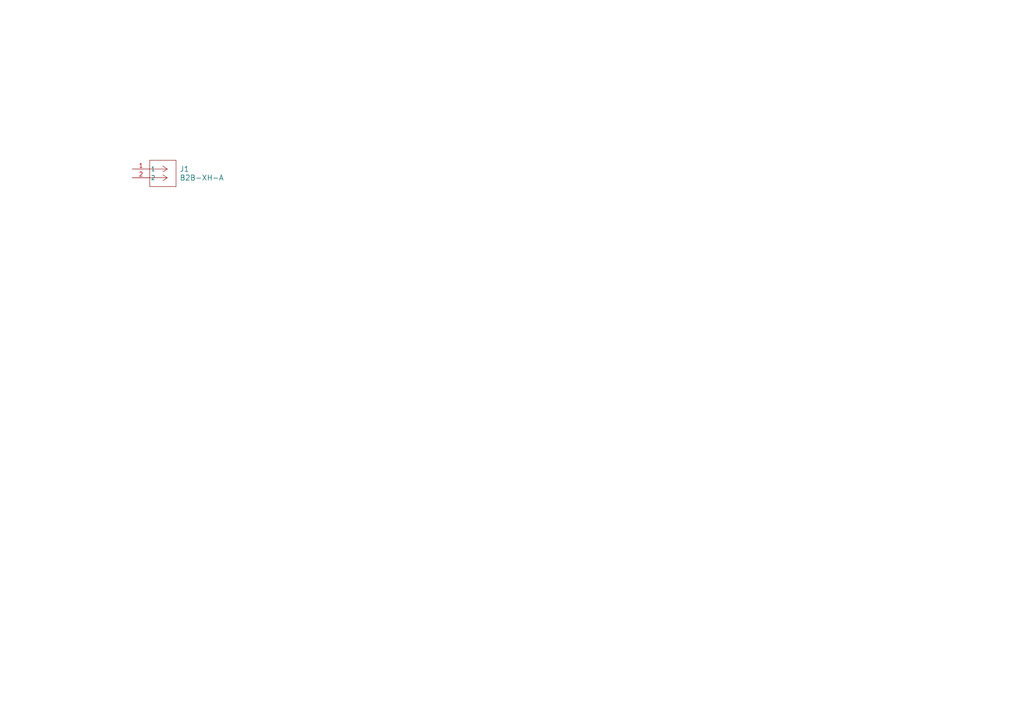
<source format=kicad_sch>
(kicad_sch (version 20230121) (generator eeschema)
  (paper "A4")
  (lib_symbols
    (symbol "2 pin JST:B2B-XH-A" (pin_names (offset 0.254))
      (property "Reference" "J" (at 8.89 6.35 0))
      (property "Value" "B2B-XH-A" (at 0 0 0))
      (symbol "B2B-XH-A_1_1"
        (polyline (pts (xy 5.08 -5.08) (xy 12.7 -5.08)) (stroke (width 0.127)))
        (polyline (pts (xy 5.08 2.54) (xy 5.08 -5.08)) (stroke (width 0.127)))
        (polyline (pts (xy 10.16 -2.54) (xy 5.08 -2.54)) (stroke (width 0.127)))
        (polyline (pts (xy 10.16 -2.54) (xy 8.89 -3.3867)) (stroke (width 0.127)))
        (polyline (pts (xy 10.16 -2.54) (xy 8.89 -1.6933)) (stroke (width 0.127)))
        (polyline (pts (xy 10.16 0) (xy 5.08 0)) (stroke (width 0.127)))
        (polyline (pts (xy 10.16 0) (xy 8.89 -0.8467)) (stroke (width 0.127)))
        (polyline (pts (xy 10.16 0) (xy 8.89 0.8467)) (stroke (width 0.127)))
        (polyline (pts (xy 12.7 -5.08) (xy 12.7 2.54)) (stroke (width 0.127)))
        (polyline (pts (xy 12.7 2.54) (xy 5.08 2.54)) (stroke (width 0.127)))
        (pin unspecified line (at 0 0 0) (length 5.08) (name "1") (number "1"))
        (pin unspecified line (at 0 -2.54 0) (length 5.08) (name "2") (number "2"))
      )
    )
  )
  (symbol (lib_id "2 pin JST:B2B-XH-A") (at 38.354 49.022 0) (unit 1)
    (property "Reference" "J1" (at 52.07 49.022 0) (effects (font (size 1.524 1.524)) (justify left)))
    (property "Value" "B2B-XH-A" (at 52.07 51.562 0) (effects (font (size 1.524 1.524)) (justify left)))
    (property "Footprint" "CONN_B2B-XH-A_JST" (effects hide))
    (property "Datasheet" "B2B-XH-A" (effects hide))
  )
)
</source>
